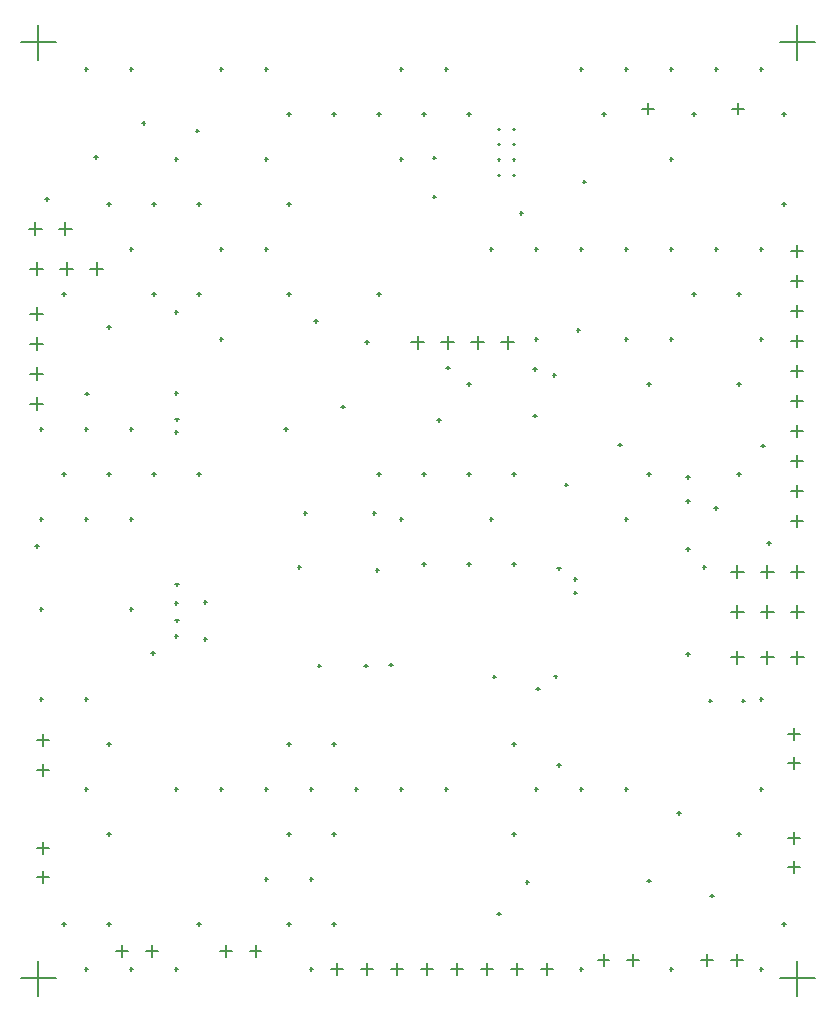
<source format=gbr>
G04*
G04 #@! TF.GenerationSoftware,Altium Limited,Altium Designer,22.9.1 (49)*
G04*
G04 Layer_Color=128*
%FSTAX24Y24*%
%MOIN*%
G70*
G04*
G04 #@! TF.SameCoordinates,D3726A14-7932-4F0B-9928-97F3702F6CAB*
G04*
G04*
G04 #@! TF.FilePolarity,Positive*
G04*
G01*
G75*
%ADD15C,0.0050*%
D15*
X021137Y029938D02*
X021531D01*
X021334Y029741D02*
Y030135D01*
X024137Y029938D02*
X024531D01*
X024334Y029741D02*
Y030135D01*
X02571Y03215D02*
X02689D01*
X0263Y03156D02*
Y03274D01*
X026003Y00465D02*
X026397D01*
X0262Y004453D02*
Y004847D01*
X026003Y005634D02*
X026397D01*
X0262Y005437D02*
Y005831D01*
X00041Y03215D02*
X001591D01*
X001Y03156D02*
Y03274D01*
X00041Y00095D02*
X001591D01*
X001Y00036D02*
Y00154D01*
X02571Y00095D02*
X02689D01*
X0263Y00036D02*
Y00154D01*
X019643Y00155D02*
X020037D01*
X01984Y001353D02*
Y001747D01*
X020627Y00155D02*
X021021D01*
X020824Y001353D02*
Y001747D01*
X024083Y01165D02*
X024517D01*
X0243Y011433D02*
Y011867D01*
X025083Y01165D02*
X025517D01*
X0253Y011433D02*
Y011867D01*
X026083Y01165D02*
X026517D01*
X0263Y011433D02*
Y011867D01*
X023099Y00155D02*
X023493D01*
X023296Y001353D02*
Y001747D01*
X024083Y00155D02*
X024477D01*
X02428Y001353D02*
Y001747D01*
X026003Y008116D02*
X026397D01*
X0262Y007919D02*
Y008313D01*
X026003Y0091D02*
X026397D01*
X0262Y008903D02*
Y009297D01*
X00706Y00185D02*
X007453D01*
X007256Y001653D02*
Y002047D01*
X008044Y00185D02*
X008438D01*
X008241Y001653D02*
Y002047D01*
X017759Y00125D02*
X018161D01*
X01796Y001049D02*
Y001451D01*
X016759Y00125D02*
X017161D01*
X01696Y001049D02*
Y001451D01*
X012759Y00125D02*
X013161D01*
X01296Y001049D02*
Y001451D01*
X010759Y00125D02*
X011161D01*
X01096Y001049D02*
Y001451D01*
X011759Y00125D02*
X012161D01*
X01196Y001049D02*
Y001451D01*
X013759Y00125D02*
X014161D01*
X01396Y001049D02*
Y001451D01*
X014759Y00125D02*
X015161D01*
X01496Y001049D02*
Y001451D01*
X015759Y00125D02*
X016161D01*
X01596Y001049D02*
Y001451D01*
X003603Y00185D02*
X003997D01*
X0038Y001653D02*
Y002047D01*
X004587Y00185D02*
X004981D01*
X004784Y001653D02*
Y002047D01*
X000953Y0053D02*
X001347D01*
X00115Y005103D02*
Y005497D01*
X000953Y004316D02*
X001347D01*
X00115Y004119D02*
Y004513D01*
X000953Y008884D02*
X001347D01*
X00115Y008687D02*
Y009081D01*
X000953Y0079D02*
X001347D01*
X00115Y007703D02*
Y008097D01*
X013433Y02215D02*
X013867D01*
X01365Y021933D02*
Y022367D01*
X014433Y02215D02*
X014867D01*
X01465Y021933D02*
Y022367D01*
X016433Y02215D02*
X016867D01*
X01665Y021933D02*
Y022367D01*
X015433Y02215D02*
X015867D01*
X01565Y021933D02*
Y022367D01*
X026099Y022204D02*
X026501D01*
X0263Y022004D02*
Y022405D01*
X026099Y018204D02*
X026501D01*
X0263Y018004D02*
Y018405D01*
X026099Y016204D02*
X026501D01*
X0263Y016004D02*
Y016405D01*
X026099Y017204D02*
X026501D01*
X0263Y017004D02*
Y017405D01*
X026099Y019204D02*
X026501D01*
X0263Y019004D02*
Y019405D01*
X026099Y020204D02*
X026501D01*
X0263Y020004D02*
Y020405D01*
X026099Y021204D02*
X026501D01*
X0263Y021004D02*
Y021405D01*
X026099Y023204D02*
X026501D01*
X0263Y023004D02*
Y023405D01*
X026099Y024204D02*
X026501D01*
X0263Y024004D02*
Y024405D01*
X026099Y025204D02*
X026501D01*
X0263Y025004D02*
Y025405D01*
X000733Y0201D02*
X001167D01*
X00095Y019883D02*
Y020317D01*
X000733Y0211D02*
X001167D01*
X00095Y020883D02*
Y021317D01*
X000733Y0231D02*
X001167D01*
X00095Y022883D02*
Y023317D01*
X000733Y0221D02*
X001167D01*
X00095Y021883D02*
Y022317D01*
X024083Y0145D02*
X024517D01*
X0243Y014283D02*
Y014717D01*
X025083Y0145D02*
X025517D01*
X0253Y014283D02*
Y014717D01*
X026083Y0145D02*
X026517D01*
X0263Y014283D02*
Y014717D01*
X002733Y0246D02*
X003167D01*
X00295Y024383D02*
Y024817D01*
X001733Y0246D02*
X002167D01*
X00195Y024383D02*
Y024817D01*
X000733Y0246D02*
X001167D01*
X00095Y024383D02*
Y024817D01*
X001683Y025936D02*
X002117D01*
X0019Y02572D02*
Y026153D01*
X000683Y025936D02*
X001117D01*
X0009Y02572D02*
Y026153D01*
X024083Y013164D02*
X024517D01*
X0243Y012947D02*
Y01338D01*
X025083Y013164D02*
X025517D01*
X0253Y012947D02*
Y01338D01*
X026083Y013164D02*
X026517D01*
X0263Y012947D02*
Y01338D01*
X025041Y03125D02*
X025159D01*
X0251Y031191D02*
Y031309D01*
X025791Y02975D02*
X025909D01*
X02585Y029691D02*
Y029809D01*
X025791Y02675D02*
X025909D01*
X02585Y026691D02*
Y026809D01*
X025041Y02525D02*
X025159D01*
X0251Y025191D02*
Y025309D01*
X025041Y02225D02*
X025159D01*
X0251Y022191D02*
Y022309D01*
X025041Y01025D02*
X025159D01*
X0251Y010191D02*
Y010309D01*
X025041Y00725D02*
X025159D01*
X0251Y007191D02*
Y007309D01*
X025791Y00275D02*
X025909D01*
X02585Y002691D02*
Y002809D01*
X025041Y00125D02*
X025159D01*
X0251Y001191D02*
Y001309D01*
X023541Y03125D02*
X023659D01*
X0236Y031191D02*
Y031309D01*
X023541Y02525D02*
X023659D01*
X0236Y025191D02*
Y025309D01*
X024291Y02375D02*
X024409D01*
X02435Y023691D02*
Y023809D01*
X024291Y02075D02*
X024409D01*
X02435Y020691D02*
Y020809D01*
X024291Y01775D02*
X024409D01*
X02435Y017691D02*
Y017809D01*
X024291Y00575D02*
X024409D01*
X02435Y005691D02*
Y005809D01*
X022041Y03125D02*
X022159D01*
X0221Y031191D02*
Y031309D01*
X022791Y02975D02*
X022909D01*
X02285Y029691D02*
Y029809D01*
X022041Y02825D02*
X022159D01*
X0221Y028191D02*
Y028309D01*
X022041Y02525D02*
X022159D01*
X0221Y025191D02*
Y025309D01*
X022791Y02375D02*
X022909D01*
X02285Y023691D02*
Y023809D01*
X022041Y02225D02*
X022159D01*
X0221Y022191D02*
Y022309D01*
X022041Y00125D02*
X022159D01*
X0221Y001191D02*
Y001309D01*
X020541Y03125D02*
X020659D01*
X0206Y031191D02*
Y031309D01*
X020541Y02525D02*
X020659D01*
X0206Y025191D02*
Y025309D01*
X020541Y02225D02*
X020659D01*
X0206Y022191D02*
Y022309D01*
X021291Y02075D02*
X021409D01*
X02135Y020691D02*
Y020809D01*
X021291Y01775D02*
X021409D01*
X02135Y017691D02*
Y017809D01*
X020541Y01625D02*
X020659D01*
X0206Y016191D02*
Y016309D01*
X020541Y00725D02*
X020659D01*
X0206Y007191D02*
Y007309D01*
X019041Y03125D02*
X019159D01*
X0191Y031191D02*
Y031309D01*
X019791Y02975D02*
X019909D01*
X01985Y029691D02*
Y029809D01*
X019041Y02525D02*
X019159D01*
X0191Y025191D02*
Y025309D01*
X019041Y00725D02*
X019159D01*
X0191Y007191D02*
Y007309D01*
X019041Y00125D02*
X019159D01*
X0191Y001191D02*
Y001309D01*
X017541Y02525D02*
X017659D01*
X0176Y025191D02*
Y025309D01*
X017541Y02225D02*
X017659D01*
X0176Y022191D02*
Y022309D01*
X017541Y00725D02*
X017659D01*
X0176Y007191D02*
Y007309D01*
X016041Y02525D02*
X016159D01*
X0161Y025191D02*
Y025309D01*
X016791Y01775D02*
X016909D01*
X01685Y017691D02*
Y017809D01*
X016041Y01625D02*
X016159D01*
X0161Y016191D02*
Y016309D01*
X016791Y01475D02*
X016909D01*
X01685Y014691D02*
Y014809D01*
X016791Y00875D02*
X016909D01*
X01685Y008691D02*
Y008809D01*
X016791Y00575D02*
X016909D01*
X01685Y005691D02*
Y005809D01*
X014541Y03125D02*
X014659D01*
X0146Y031191D02*
Y031309D01*
X015291Y02975D02*
X015409D01*
X01535Y029691D02*
Y029809D01*
X015291Y02075D02*
X015409D01*
X01535Y020691D02*
Y020809D01*
X015291Y01775D02*
X015409D01*
X01535Y017691D02*
Y017809D01*
X015291Y01475D02*
X015409D01*
X01535Y014691D02*
Y014809D01*
X014541Y00725D02*
X014659D01*
X0146Y007191D02*
Y007309D01*
X013041Y03125D02*
X013159D01*
X0131Y031191D02*
Y031309D01*
X013791Y02975D02*
X013909D01*
X01385Y029691D02*
Y029809D01*
X013041Y02825D02*
X013159D01*
X0131Y028191D02*
Y028309D01*
X013791Y01775D02*
X013909D01*
X01385Y017691D02*
Y017809D01*
X013041Y01625D02*
X013159D01*
X0131Y016191D02*
Y016309D01*
X013791Y01475D02*
X013909D01*
X01385Y014691D02*
Y014809D01*
X013041Y00725D02*
X013159D01*
X0131Y007191D02*
Y007309D01*
X012291Y02975D02*
X012409D01*
X01235Y029691D02*
Y029809D01*
X012291Y02375D02*
X012409D01*
X01235Y023691D02*
Y023809D01*
X012291Y01775D02*
X012409D01*
X01235Y017691D02*
Y017809D01*
X011541Y00725D02*
X011659D01*
X0116Y007191D02*
Y007309D01*
X010791Y02975D02*
X010909D01*
X01085Y029691D02*
Y029809D01*
X010791Y00875D02*
X010909D01*
X01085Y008691D02*
Y008809D01*
X010041Y00725D02*
X010159D01*
X0101Y007191D02*
Y007309D01*
X010791Y00575D02*
X010909D01*
X01085Y005691D02*
Y005809D01*
X010041Y00425D02*
X010159D01*
X0101Y004191D02*
Y004309D01*
X010791Y00275D02*
X010909D01*
X01085Y002691D02*
Y002809D01*
X010041Y00125D02*
X010159D01*
X0101Y001191D02*
Y001309D01*
X008541Y03125D02*
X008659D01*
X0086Y031191D02*
Y031309D01*
X009291Y02975D02*
X009409D01*
X00935Y029691D02*
Y029809D01*
X008541Y02825D02*
X008659D01*
X0086Y028191D02*
Y028309D01*
X009291Y02675D02*
X009409D01*
X00935Y026691D02*
Y026809D01*
X008541Y02525D02*
X008659D01*
X0086Y025191D02*
Y025309D01*
X009291Y02375D02*
X009409D01*
X00935Y023691D02*
Y023809D01*
X009291Y00875D02*
X009409D01*
X00935Y008691D02*
Y008809D01*
X008541Y00725D02*
X008659D01*
X0086Y007191D02*
Y007309D01*
X009291Y00575D02*
X009409D01*
X00935Y005691D02*
Y005809D01*
X008541Y00425D02*
X008659D01*
X0086Y004191D02*
Y004309D01*
X009291Y00275D02*
X009409D01*
X00935Y002691D02*
Y002809D01*
X007041Y03125D02*
X007159D01*
X0071Y031191D02*
Y031309D01*
X007041Y02525D02*
X007159D01*
X0071Y025191D02*
Y025309D01*
X007041Y02225D02*
X007159D01*
X0071Y022191D02*
Y022309D01*
X007041Y00725D02*
X007159D01*
X0071Y007191D02*
Y007309D01*
X005541Y02825D02*
X005659D01*
X0056Y028191D02*
Y028309D01*
X006291Y02675D02*
X006409D01*
X00635Y026691D02*
Y026809D01*
X006291Y02375D02*
X006409D01*
X00635Y023691D02*
Y023809D01*
X006291Y01775D02*
X006409D01*
X00635Y017691D02*
Y017809D01*
X005541Y00725D02*
X005659D01*
X0056Y007191D02*
Y007309D01*
X006291Y00275D02*
X006409D01*
X00635Y002691D02*
Y002809D01*
X005541Y00125D02*
X005659D01*
X0056Y001191D02*
Y001309D01*
X004041Y03125D02*
X004159D01*
X0041Y031191D02*
Y031309D01*
X004791Y02675D02*
X004909D01*
X00485Y026691D02*
Y026809D01*
X004041Y02525D02*
X004159D01*
X0041Y025191D02*
Y025309D01*
X004791Y02375D02*
X004909D01*
X00485Y023691D02*
Y023809D01*
X004041Y01925D02*
X004159D01*
X0041Y019191D02*
Y019309D01*
X004791Y01775D02*
X004909D01*
X00485Y017691D02*
Y017809D01*
X004041Y01625D02*
X004159D01*
X0041Y016191D02*
Y016309D01*
X004041Y01325D02*
X004159D01*
X0041Y013191D02*
Y013309D01*
X004041Y00125D02*
X004159D01*
X0041Y001191D02*
Y001309D01*
X002541Y03125D02*
X002659D01*
X0026Y031191D02*
Y031309D01*
X003291Y02675D02*
X003409D01*
X00335Y026691D02*
Y026809D01*
X002541Y01925D02*
X002659D01*
X0026Y019191D02*
Y019309D01*
X003291Y01775D02*
X003409D01*
X00335Y017691D02*
Y017809D01*
X002541Y01625D02*
X002659D01*
X0026Y016191D02*
Y016309D01*
X002541Y01025D02*
X002659D01*
X0026Y010191D02*
Y010309D01*
X003291Y00875D02*
X003409D01*
X00335Y008691D02*
Y008809D01*
X002541Y00725D02*
X002659D01*
X0026Y007191D02*
Y007309D01*
X003291Y00575D02*
X003409D01*
X00335Y005691D02*
Y005809D01*
X003291Y00275D02*
X003409D01*
X00335Y002691D02*
Y002809D01*
X002541Y00125D02*
X002659D01*
X0026Y001191D02*
Y001309D01*
X001791Y02375D02*
X001909D01*
X00185Y023691D02*
Y023809D01*
X001041Y01925D02*
X001159D01*
X0011Y019191D02*
Y019309D01*
X001791Y01775D02*
X001909D01*
X00185Y017691D02*
Y017809D01*
X001041Y01625D02*
X001159D01*
X0011Y016191D02*
Y016309D01*
X001041Y01325D02*
X001159D01*
X0011Y013191D02*
Y013309D01*
X001041Y01025D02*
X001159D01*
X0011Y010191D02*
Y010309D01*
X001791Y00275D02*
X001909D01*
X00185Y002691D02*
Y002809D01*
X018291Y01461D02*
X018409D01*
X01835Y014551D02*
Y014669D01*
X011855Y011373D02*
X011973D01*
X011914Y011314D02*
Y011432D01*
X010309Y011368D02*
X010427D01*
X010368Y011309D02*
Y011427D01*
X018182Y011009D02*
X0183D01*
X018241Y01095D02*
Y011068D01*
X022591Y01175D02*
X022709D01*
X02265Y011691D02*
Y011809D01*
X024441Y0102D02*
X024559D01*
X0245Y010141D02*
Y010259D01*
X016141Y011D02*
X016259D01*
X0162Y010941D02*
Y011059D01*
X004756Y011785D02*
X004874D01*
X004815Y011726D02*
Y011844D01*
X017241Y00415D02*
X017359D01*
X0173Y004091D02*
Y004209D01*
X023341Y0102D02*
X023459D01*
X0234Y010141D02*
Y010259D01*
X021291Y0042D02*
X021409D01*
X02135Y004141D02*
Y004259D01*
X023391Y0037D02*
X023509D01*
X02345Y003641D02*
Y003759D01*
X025291Y01545D02*
X025409D01*
X02535Y015391D02*
Y015509D01*
X023526Y016615D02*
X023644D01*
X023585Y016556D02*
Y016674D01*
X020326Y018735D02*
X020444D01*
X020385Y018676D02*
Y018794D01*
X000891Y01535D02*
X001009D01*
X00095Y015291D02*
Y015409D01*
X006506Y012265D02*
X006624D01*
X006565Y012206D02*
Y012324D01*
X006506Y013485D02*
X006624D01*
X006565Y013426D02*
Y013544D01*
X009191Y01925D02*
X009309D01*
X00925Y019191D02*
Y019309D01*
X011091Y02D02*
X011209D01*
X01115Y019941D02*
Y020059D01*
X014591Y0213D02*
X014709D01*
X01465Y021241D02*
Y021359D01*
X006241Y0292D02*
X006359D01*
X0063Y029141D02*
Y029259D01*
X001226Y026915D02*
X001344D01*
X001285Y026856D02*
Y026974D01*
X014141Y0283D02*
X014259D01*
X0142Y028241D02*
Y028359D01*
X018941Y02255D02*
X019059D01*
X019Y022491D02*
Y022609D01*
X017041Y02645D02*
X017159D01*
X0171Y026391D02*
Y026509D01*
X019141Y0275D02*
X019259D01*
X0192Y027441D02*
Y027559D01*
X014141Y027D02*
X014259D01*
X0142Y026941D02*
Y027059D01*
X004446Y029455D02*
X004564D01*
X004505Y029396D02*
Y029514D01*
X016305Y029268D02*
X016383D01*
X016344Y029228D02*
Y029307D01*
X016817Y029268D02*
X016895D01*
X016856Y029228D02*
Y029307D01*
X016305Y028756D02*
X016383D01*
X016344Y028717D02*
Y028795D01*
X016817Y028756D02*
X016895D01*
X016856Y028717D02*
Y028795D01*
X016305Y028244D02*
X016383D01*
X016344Y028205D02*
Y028283D01*
X016817Y028244D02*
X016895D01*
X016856Y028205D02*
Y028283D01*
X016305Y027732D02*
X016383D01*
X016344Y027693D02*
Y027772D01*
X016817Y027732D02*
X016895D01*
X016856Y027693D02*
Y027772D01*
X002556Y020435D02*
X002674D01*
X002615Y020376D02*
Y020494D01*
X012141Y01645D02*
X012259D01*
X0122Y016391D02*
Y016509D01*
X009841Y01645D02*
X009959D01*
X0099Y016391D02*
Y016509D01*
X005541Y02315D02*
X005659D01*
X0056Y023091D02*
Y023209D01*
X003291Y02265D02*
X003409D01*
X00335Y022591D02*
Y022709D01*
X005541Y01345D02*
X005659D01*
X0056Y013391D02*
Y013509D01*
X005541Y02045D02*
X005659D01*
X0056Y020391D02*
Y020509D01*
X005541Y01915D02*
X005659D01*
X0056Y019091D02*
Y019209D01*
X005566Y019575D02*
X005684D01*
X005625Y019516D02*
Y019634D01*
X022591Y01765D02*
X022709D01*
X02265Y017591D02*
Y017709D01*
X022591Y01685D02*
X022709D01*
X02265Y016791D02*
Y016909D01*
X022591Y01525D02*
X022709D01*
X02265Y015191D02*
Y015309D01*
X017592Y010601D02*
X01771D01*
X017651Y010542D02*
Y01066D01*
X005541Y01235D02*
X005659D01*
X0056Y012291D02*
Y012409D01*
X012241Y01455D02*
X012359D01*
X0123Y014491D02*
Y014609D01*
X009641Y01465D02*
X009759D01*
X0097Y014591D02*
Y014709D01*
X005566Y012875D02*
X005684D01*
X005625Y012816D02*
Y012934D01*
X005566Y014075D02*
X005684D01*
X005625Y014016D02*
Y014134D01*
X016296Y0031D02*
X016414D01*
X016355Y003041D02*
Y003159D01*
X018291Y00805D02*
X018409D01*
X01835Y007991D02*
Y008109D01*
X022291Y00645D02*
X022409D01*
X02235Y006391D02*
Y006509D01*
X002871Y02832D02*
X002989D01*
X00293Y028261D02*
Y028379D01*
X023141Y01465D02*
X023259D01*
X0232Y014591D02*
Y014709D01*
X011891Y02215D02*
X012009D01*
X01195Y022091D02*
Y022209D01*
X018841Y0138D02*
X018959D01*
X0189Y013741D02*
Y013859D01*
X018841Y01425D02*
X018959D01*
X0189Y014191D02*
Y014309D01*
X018541Y0174D02*
X018659D01*
X0186Y017341D02*
Y017459D01*
X018141Y02105D02*
X018259D01*
X0182Y020991D02*
Y021109D01*
X017491Y02125D02*
X017609D01*
X01755Y021191D02*
Y021309D01*
X017491Y0197D02*
X017609D01*
X01755Y019641D02*
Y019759D01*
X025091Y0187D02*
X025209D01*
X02515Y018641D02*
Y018759D01*
X012689Y011402D02*
X012808D01*
X012748Y011342D02*
Y011461D01*
X014291Y01955D02*
X014409D01*
X01435Y019491D02*
Y019609D01*
X010191Y02285D02*
X010309D01*
X01025Y022791D02*
Y022909D01*
M02*

</source>
